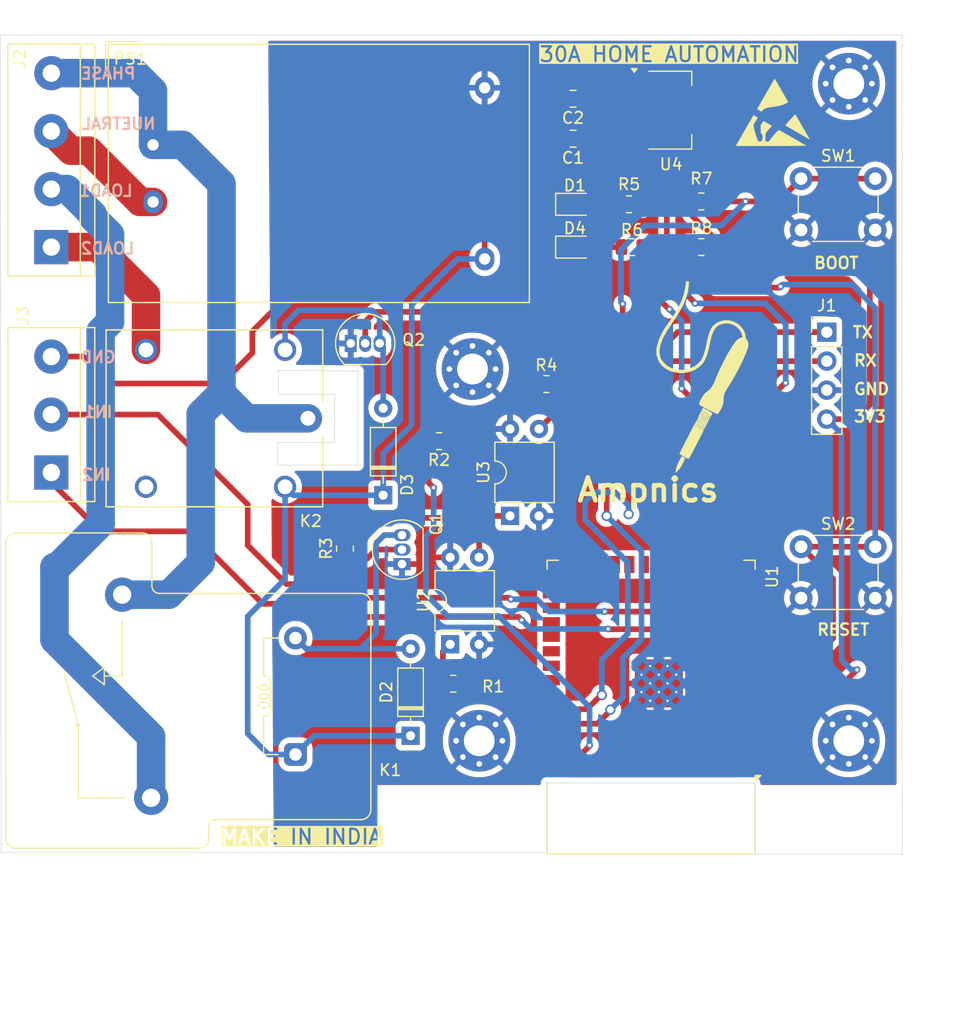
<source format=kicad_pcb>
(kicad_pcb (version 20240108) (generator "pcbnew") (generator_version "8.0")
  (layers (0 "F.Cu" signal) (31 "B.Cu" signal) (34 "B.Paste" user) (35 "F.Paste" user) (36 "B.SilkS" user "B.Silkscreen") (37 "F.SilkS" user "F.Silkscreen") (38 "B.Mask" user) (39 "F.Mask" user) (44 "Edge.Cuts" user))
  (net 0 "")
  (net 1 "GND")
  (net 2 "/5V")
  (net 3 "/3V3")
  (net 4 "Net-(D1-A)")
  (net 5 "Net-(D2-A)")
  (net 6 "Net-(D3-A)")
  (net 7 "Net-(D4-A)")
  (net 8 "/TXD")
  (net 9 "/RXD")
  (net 10 "/N")
  (net 11 "/L2")
  (net 12 "/L1")
  (net 13 "/P")
  (net 14 "/IN2")
  (net 15 "/IN1")
  (net 17 "Net-(Q1-B)")
  (net 18 "Net-(Q2-B)")
  (net 19 "/R1")
  (net 20 "Net-(R1-Pad1)")
  (net 21 "Net-(R2-Pad1)")
  (net 22 "/R2")
  (net 23 "Net-(R3-Pad2)")
  (net 24 "Net-(R4-Pad2)")
  (net 25 "/LED1")
  (net 26 "/LED2")
  (net 27 "/BOOT")
  (net 28 "/EN")
  (footprint "Resistor_SMD:R_0805_2012Metric" (layer "F.Cu") (at 159.6875 83.75625)
    (property "Reference" "R8")
    (property "Value" "10K")
  )
  (footprint "Resistor_SMD:R_0805_2012Metric" (layer "F.Cu") (at 153.35 80.00625 180)
    (property "Reference" "R5")
    (property "Value" "1K")
  )
  (footprint "RF_Module:ESP32-WROOM-32" (layer "F.Cu") (at 155.2825 121.07125 180)
    (property "Reference" "U1")
    (property "Value" "ESP32-WROOM-32")
  )
  (footprint "PR13-5V-450-1C:RELAY_PR13-5V-450-1C" (layer "F.Cu") (at 116.9875 98.75625 180)
    (property "Reference" "K2")
    (property "Value" "PR13-5V-450-1C")
  )
  (footprint "LED_SMD:LED_0805_2012Metric" (layer "F.Cu") (at 148.6 80.00625)
    (property "Reference" "D1")
    (property "Value" "LED")
  )
  (footprint "Connector_PinHeader_2.54mm:PinHeader_1x04_P2.54mm_Vertical" (layer "F.Cu") (at 170.6875 91.20625)
    (property "Reference" "J1")
    (property "Value" "Conn_01x04_Pin")
  )
  (footprint "Resistor_SMD:R_0805_2012Metric" (layer "F.Cu") (at 137.9375 122.00625)
    (property "Reference" "R1")
    (property "Value" "1K")
  )
  (footprint "Resistor_SMD:R_0805_2012Metric" (layer "F.Cu") (at 128.4375 110.16875 90)
    (property "Reference" "R3")
    (property "Value" "1K")
  )
  (footprint "Diode_THT:D_DO-35_SOD27_P7.62mm_Horizontal" (layer "F.Cu") (at 131.7875 105.49125 90)
    (property "Reference" "D3")
    (property "Value" "1N4148")
  )
  (footprint "Symbol:ESD-Logo_6.6x6mm_SilkScreen" (layer "F.Cu") (at 165.9625 71.93125)
    (property "Reference" "REF**" (hide yes))
    (property "Value" "ESD-Logo_6.6x6mm_SilkScreen" (hide yes))
  )
  (footprint "Package_TO_SOT_THT:TO-92_Inline" (layer "F.Cu") (at 133.4375 111.52625 90)
    (property "Reference" "Q1")
    (property "Value" "S8050")
  )
  (footprint "Relay_THT:Relay_SPST_RAYEX-L90AS" (layer "F.Cu") (at 126.6375 123.10625 180)
    (property "Reference" "K1")
    (property "Value" "RAYEX-L90AS")
  )
  (footprint "Capacitor_SMD:C_0805_2012Metric" (layer "F.Cu") (at 148.4375 74.25625 180)
    (property "Reference" "C1")
    (property "Value" "10uF")
  )
  (footprint "Diode_THT:D_DO-35_SOD27_P7.62mm_Horizontal" (layer "F.Cu") (at 134.1875 126.56625 90)
    (property "Reference" "D2")
    (property "Value" "1N4148")
  )
  (footprint "Resistor_SMD:R_0805_2012Metric" (layer "F.Cu") (at 153.6 83.75625 180)
    (property "Reference" "R6")
    (property "Value" "1K")
  )
  (footprint "Converter_ACDC:Converter_ACDC_Hi-Link_HLK-PMxx" (layer "F.Cu") (at 111.6075 74.79875)
    (property "Reference" "PS1")
    (property "Value" "HLK-PM01")
  )
  (footprint "MountingHole:MountingHole_2.7mm_M2.5_Pad_Via" (layer "F.Cu") (at 139.619391 94.438141)
    (property "Reference" "H3" (hide yes))
    (property "Value" "MountingHole_Pad")
  )
  (footprint "Capacitor_SMD:C_0805_2012Metric" (layer "F.Cu") (at 148.4375 70.75625 180)
    (property "Reference" "C2")
    (property "Value" "22uF")
  )
  (footprint "LED_SMD:LED_0805_2012Metric" (layer "F.Cu") (at 148.6 83.75625)
    (property "Reference" "D4")
    (property "Value" "LED")
  )
  (footprint "Package_TO_SOT_THT:TO-92_Inline" (layer "F.Cu") (at 128.9425 92.19125)
    (property "Reference" "Q2")
    (property "Value" "S8050")
  )
  (footprint "Resistor_SMD:R_0805_2012Metric" (layer "F.Cu") (at 136.6875 100.75625 180)
    (property "Reference" "R2")
    (property "Value" "1K")
  )
  (footprint "Package_TO_SOT_SMD:SOT-223-3_TabPin2" (layer "F.Cu") (at 156.9375 71.75625)
    (property "Reference" "U4")
    (property "Value" "AMS1117-3.3")
  )
  (footprint "Package_DIP:DIP-4_W7.62mm" (layer "F.Cu") (at 137.6625 118.55625 90)
    (property "Reference" "U2")
    (property "Value" "PC817")
  )
  (footprint "TerminalBlock:TerminalBlock_bornier-4_P5.08mm" (layer "F.Cu") (at 102.6875 83.75625 90)
    (property "Reference" "J2")
    (property "Value" "Screw_Terminal_01x04")
  )
  (footprint "MountingHole:MountingHole_2.7mm_M2.5_Pad_Via" (layer "F.Cu") (at 140.2125 127.00625)
    (property "Reference" "H4" (hide yes))
    (property "Value" "MountingHole_Pad")
  )
  (footprint "Button_Switch_THT:SW_PUSH_6mm" (layer "F.Cu") (at 168.4375 110.00625)
    (property "Reference" "SW2")
    (property "Value" "SW_Push")
  )
  (footprint "Resistor_SMD:R_0805_2012Metric" (layer "F.Cu") (at 146.1 95.75625)
    (property "Reference" "R4")
    (property "Value" "1K")
  )
  (footprint "TerminalBlock:TerminalBlock_bornier-3_P5.08mm" (layer "F.Cu") (at 102.6875 103.50625 90)
    (property "Reference" "J3")
    (property "Value" "Screw_Terminal_01x03")
  )
  (footprint "MountingHole:MountingHole_2.7mm_M2.5_Pad_Via" (layer "F.Cu") (at 172.619391 69.438141)
    (property "Reference" "H1" (hide yes))
    (property "Value" "MountingHole_Pad")
  )
  (footprint "MountingHole:MountingHole_2.7mm_M2.5_Pad_Via" (layer "F.Cu") (at 172.619391 127.00625)
    (property "Reference" "H2" (hide yes))
    (property "Value" "MountingHole_Pad")
  )
  (footprint "Package_DIP:DIP-4_W7.62mm" (layer "F.Cu") (at 142.9125 107.30625 90)
    (property "Reference" "U3")
    (property "Value" "PC817")
  )
  (footprint "Button_Switch_THT:SW_PUSH_6mm" (layer "F.Cu") (at 168.4375 77.75625)
    (property "Reference" "SW1")
    (property "Value" "SW_Push")
  )
  (footprint "logo.preety:ampnics_logo_20x20mm" (layer "F.Cu") (at 159.7625 95.15625)
    (property "Reference" "G***" (hide yes))
    (property "Value" "LOGO" (hide yes))
  )
  (footprint "Resistor_SMD:R_0805_2012Metric" (layer "F.Cu") (at 159.6875 79.75625 180)
    (property "Reference" "R7")
    (property "Value" "10K")
  )
  (gr_line (start 177.2875 65.18125) (end 177.3 136.93125) (stroke (width 0.05)) (layer "Edge.Cuts"))
  (gr_line (start 98.3 136.78125) (end 98.2125 65.18125) (stroke (width 0.05)) (layer "Edge.Cuts"))
  (gr_line (start 164.375 136.93125) (end 164.3625 130.70625) (stroke (width 0.05)) (layer "Edge.Cuts"))
  (gr_line (start 127.5375 96.68125) (end 127.5375 100.88125) (stroke (width 0.05)) (layer "Edge.Cuts"))
  (gr_line (start 122.5375 100.88125) (end 122.5375 102.85625) (stroke (width 0.05)) (layer "Edge.Cuts"))
  (gr_line (start 129.5875 94.60625) (end 122.5875 94.55625) (stroke (width 0.05)) (layer "Edge.Cuts"))
  (gr_line (start 177.3 136.93125) (end 164.375 136.93125) (stroke (width 0.05)) (layer "Edge.Cuts"))
  (gr_line (start 146.1125 130.70625) (end 146.175 136.78125) (stroke (width 0.05)) (layer "Edge.Cuts"))
  (gr_line (start 122.5375 102.85625) (end 129.5875 102.85625) (stroke (width 0.05)) (layer "Edge.Cuts"))
  (gr_line (start 98.2125 65.18125) (end 98.5625 65.18125) (stroke (width 0.05)) (layer "Edge.Cuts"))
  (gr_line (start 122.5875 94.55625) (end 122.5875 96.68125) (stroke (width 0.05)) (layer "Edge.Cuts"))
  (gr_line (start 146.175 136.78125) (end 98.3 136.78125) (stroke (width 0.05)) (layer "Edge.Cuts"))
  (gr_line (start 98.5625 65.18125) (end 177.2875 65.18125) (stroke (width 0.05)) (layer "Edge.Cuts"))
  (gr_line (start 127.5375 100.88125) (end 122.5375 100.88125) (stroke (width 0.05)) (layer "Edge.Cuts"))
  (gr_line (start 164.3625 130.70625) (end 146.1125 130.70625) (stroke (width 0.05)) (layer "Edge.Cuts"))
  (gr_line (start 122.5875 96.68125) (end 127.5375 96.68125) (stroke (width 0.05)) (layer "Edge.Cuts"))
  (gr_line (start 129.5875 102.85625) (end 129.5875 94.60625) (stroke (width 0.05)) (layer "Edge.Cuts"))
  (gr_text "IN2" (at 108.0125 104.28125 -0) (layer "B.SilkS") (effects (font (size 1 1) (thickness 0.2) (bold yes)) (justify left bottom mirror)))
  (gr_text "PHASE" (at 110.1875 69.13125 -0) (layer "B.SilkS") (effects (font (size 1 1) (thickness 0.2) (bold yes)) (justify left bottom mirror)))
  (gr_text "LOAD2" (at 110.0875 84.45625 -0) (layer "B.SilkS") (effects (font (size 1 1) (thickness 0.2) (bold yes)) (justify left bottom mirror)))
  (gr_text "IN1" (at 108.1625 98.78125 -0) (layer "B.SilkS") (effects (font (size 1 1) (thickness 0.2) (bold yes)) (justify left bottom mirror)))
  (gr_text "GND" (at 108.4375 93.98125 -0) (layer "B.SilkS") (effects (font (size 1 1) (thickness 0.2) (bold yes)) (justify left bottom mirror)))
  (gr_text "NUETRAL" (at 111.9375 73.53125 -0) (layer "B.SilkS") (effects (font (size 1 1) (thickness 0.2) (bold yes)) (justify left bottom mirror)))
  (gr_text "LOAD1" (at 109.9375 79.40625 -0) (layer "B.SilkS") (effects (font (size 1 1) (thickness 0.2) (bold yes)) (justify left bottom mirror)))
  (gr_text "Ampnics" (at 148.6125 106.20625 0) (layer "F.SilkS") (effects (font (size 2 2) (thickness 0.4) (bold yes)) (justify left bottom)))
  (gr_text "3V3" (at 172.9625 99.18125 0) (layer "F.SilkS") (effects (font (size 1 1) (thickness 0.2) (bold yes)) (justify left bottom)))
  (gr_text "GND" (at 172.9625 96.78125 0) (layer "F.SilkS") (effects (font (size 1 1) (thickness 0.2) (bold yes)) (justify left bottom)))
  (gr_text "RX" (at 172.9625 94.28125 0) (layer "F.SilkS") (effects (font (size 1 1) (thickness 0.2) (bold yes)) (justify left bottom)))
  (gr_text "30A HOME AUTOMATION" (at 145.3875 67.63125 0) (layer "F.SilkS" knockout) (effects (font (size 1.3 1.3) (thickness 0.2) (bold yes)) (justify left bottom)))
  (gr_text "TX" (at 172.8625 91.80625 0) (layer "F.SilkS") (effects (font (size 1 1) (thickness 0.2) (bold yes)) (justify left bottom)))
  (gr_text "BOOT" (at 169.4625 85.73125 0) (layer "F.SilkS") (effects (font (size 1 1) (thickness 0.2) (bold yes)) (justify left bottom)))
  (gr_text "MAKE IN INDIA" (at 117.4375 136.18125 0) (layer "F.SilkS" knockout) (effects (font (size 1.3 1.3) (thickness 0.2) (bold yes)) (justify left bottom)))
  (gr_text "RESET" (at 169.7375 117.85625 0) (layer "F.SilkS") (effects (font (size 1 1) (thickness 0.2) (bold yes)) (justify left bottom)))
  (segment (start 120.3125 91.13125) (end 122.3875 89.05625) (width 0.5) (layer "F.Cu") (net 1))
  (segment (start 117.6375 95.70625) (end 120.3125 93.03125) (width 0.5) (layer "F.Cu") (net 1))
  (segment (start 120.3125 93.03125) (end 120.3125 91.13125) (width 0.5) (layer "F.Cu") (net 1))
  (segment (start 102.6875 93.34625) (end 105.5025 93.34625) (width 0.5) (layer "F.Cu") (net 1))
  (segment (start 105.5025 93.34625) (end 107.8625 95.70625) (width 0.5) (layer "F.Cu") (net 1))
  (segment (start 128.9425 90.61125) (end 128.9425 92.19125) (width 0.5) (layer "F.Cu") (net 1))
  (segment (start 127.3875 89.05625) (end 128.9425 90.61125) (width 0.5) (layer "F.Cu") (net 1))
  (segment (start 122.3875 89.05625) (end 127.3875 89.05625) (width 0.5) (layer "F.Cu") (net 1))
  (segment (start 107.8625 95.70625) (end 117.6375 95.70625) (width 0.5) (layer "F.Cu") (net 1))
  (segment (start 149.5875 74.05625) (end 149.3875 74.25625) (width 0.5) (layer "F.Cu") (net 2))
  (segment (start 149.3875 76.05625) (end 149.3875 74.25625) (width 0.5) (layer "F.Cu") (net 2))
  (segment (start 142.8125 77.53125) (end 147.9125 77.53125) (width 0.5) (layer "F.Cu") (net 2))
  (segment (start 153.7875 74.05625) (end 149.5875 74.05625) (width 0.5) (layer "F.Cu") (net 2))
  (segment (start 147.9125 77.53125) (end 149.3875 76.05625) (width 0.5) (layer "F.Cu") (net 2))
  (segment (start 140.6875 79.65625) (end 142.8125 77.53125) (width 0.5) (layer "F.Cu") (net 2))
  (segment (start 140.6875 84.79875) (end 140.6875 79.65625) (width 0.5) (layer "F.Cu") (net 2))
  (segment (start 138.295 84.79875) (end 140.6875 84.79875) (width 0.5) (layer "B.Cu") (net 2))
  (segment (start 134.1875 126.56625) (end 125.7375 126.56625) (width 0.5) (layer "B.Cu") (net 2))
  (segment (start 119.9125 116.10625) (end 119.9125 126.38125) (width 0.5) (layer "B.Cu") (net 2))
  (segment (start 134.2875 88.80625) (end 138.295 84.79875) (width 0.5) (layer "B.Cu") (net 2))
  (segment (start 125.7375 126.56625) (end 124.0975 128.20625) (width 0.5) (layer "B.Cu") (net 2))
  (segment (start 121.7375 128.20625) (end 124.0975 128.20625) (width 0.5) (layer "B.Cu") (net 2))
  (segment (start 123.1875 112.83125) (end 119.9125 116.10625) (width 0.5) (layer "B.Cu") (net 2))
  (segment (start 131.7875 105.49125) (end 131.7875 101.83125) (width 0.5) (layer "B.Cu") (net 2))
  (segment (start 123.9225 105.49125) (end 123.1875 104.75625) (width 0.5) (layer "B.Cu") (net 2))
  (segment (start 123.1875 104.75625) (end 123.1875 112.83125) (width 0.5) (layer "B.Cu") (net 2))
  (segment (start 119.9125 126.38125) (end 121.7375 128.20625) (width 0.5) (layer "B.Cu") (net 2))
  (segment (start 131.7875 101.83125) (end 134.2875 99.33125) (width 0.5) (layer "B.Cu") (net 2))
  (segment (start 134.2875 99.33125) (end 134.2875 88.80625) (width 0.5) (layer "B.Cu") (net 2))
  (segment (start 131.7875 105.49125) (end 123.9225 105.49125) (width 0.5) (layer "B.Cu") (net 2))
  (segment (start 173.2175 98.82625) (end 174.4625 97.58125) (width 0.5) (layer "F.Cu") (net 3))
  (segment (start 172.4625 85.53125) (end 162.9375 85.53125) (width 0.5) (layer "F.Cu") (net 3))
  (segment (start 164.0325 128.05125) (end 167.4175 128.05125) (width 0.5) (layer "F.Cu") (net 3))
  (segment (start 174.4625 87.10625) (end 172.9375 85.58125) (width 0.5) (layer "F.Cu") (net 3))
  (segment (start 161.1625 83.75625) (end 160.6 83.75625) (width 0.5) (layer "F.Cu") (net 3))
  (segment (start 172.9375 85.58125) (end 172.5125 85.58125) (width 0.5) (layer "F.Cu") (net 3))
  (segment (start 158.775 79.75625) (end 158.775 73.06875) (width 0.5) (layer "F.Cu") (net 3))
  (segment (start 153.7875 71.75625) (end 157.4625 71.75625) (width 0.5) (layer "F.Cu") (net 3))
  (segment (start 174.4625 97.58125) (end 174.4625 87.10625) (width 0.5) (layer "F.Cu") (net 3))
  (segment (start 160.6 82.74375) (end 158.775 80.91875) (width 0.5) (layer "F.Cu") (net 3))
  (segment (start 160.6 83.75625) (end 160.6 82.74375) (width 0.5) (layer "F.Cu") (net 3))
  (segment (start 150.3875 71.75625) (end 149.3875 70.75625) (width 0.5) (layer "F.Cu") (net 3))
  (segment (start 170.0875 122.80625) (end 171.3125 122.80625) (width 0.5) (layer "F.Cu") (net 3))
  (segment (start 158.775 73.06875) (end 160.0875 71.75625) (width 0.5) (layer "F.Cu") (net 3))
  (segment (start 162.9375 85.53125) (end 161.1625 83.75625) (width 0.5) (layer "F.Cu") (net 3))
  (segment (start 158.775 80.91875) (end 158.775 79.75625) (width 0.5) (layer "F.Cu") (net 3))
  (segment (start 168.3125 127.15625) (end 168.3125 124.58125) (width 0.5) (layer "F.Cu") (net 3))
  (segment (start 167.4175 128.05125) (end 168.3125 127.15625) (width 0.5) (layer "F.Cu") (net 3))
  (segment (start 170.6875 98.82625) (end 173.2175 98.82625) (width 0.5) (layer "F.Cu") (net 3))
  (segment (start 157.4625 71.75625) (end 158.775 73.06875) (width 0.5) (layer "F.Cu") (net 3))
  (segment (start 173.3375 120.78125) (end 173.3875 120.73125) (width 0.5) (layer "F.Cu") (net 3))
  (segment (start 172.5125 85.58125) (end 172.4625 85.53125) (width 0.5) (layer "F.Cu") (net 3))
  (segment (start 171.3125 122.80625) (end 173.3375 120.78125) (width 0.5) (layer "F.Cu") (net 3))
  (segment (start 153.7875 71.75625) (end 150.3875 71.75625) (width 0.5) (layer "F.Cu") (net 3))
  (segment (start 168.3125 124.58125) (end 170.0875 122.80625) (width 0.5) (layer "F.Cu") (net 3))
  (via (at 173.3375 120.78125) (size 0.6) (drill 0.3) (layers "F.Cu" "B.Cu") (net 3))
  (segment (start 171.9875 100.12625) (end 170.6875 98.82625) (width 0.5) (layer "B.Cu") (net 3))
  (segment (start 173.3375 120.78125) (end 172.8375 120.78125) (width 0.5) (layer "B.Cu") (net 3))
  (segment (start 171.9875 119.93125) (end 171.9875 100.12625) (width 0.5) (layer "B.Cu") (net 3))
  (segment (start 172.8375 120.78125) (end 171.9875 119.93125) (width 0.5) (layer "B.Cu") (net 3))
  (segment (start 152.4375 80.00625) (end 149.5375 80.00625) (width 0.5) (layer "F.Cu") (net 4))
  (segment (start 133.4375 108.98625) (end 131.8825 108.98625) (width 0.5) (layer "B.Cu") (net 5))
  (segment (start 125.0375 118.94625) (end 124.0975 118.00625) (width 0.5) (layer "B.Cu") (net 5))
  (segment (start 131.8825 108.98625) (end 131.1625 109.70625) (width 0.5) (layer "B.Cu") (net 5))
  (segment (start 131.1625 117.57125) (end 129.7875 118.94625) (width 0.5) (layer "B.Cu") (net 5))
  (segment (start 131.1625 109.70625) (end 131.1625 117.57125) (width 0.5) (layer "B.Cu") (net 5))
  (segment (start 129.7875 118.94625) (end 125.0375 118.94625) (width 0.5) (layer "B.Cu") (net 5))
  (segment (start 134.1875 118.94625) (end 129.7875 118.94625) (width 0.5) (layer "B.Cu") (net 5))
  (segment (start 124.3875 89.28125) (end 130.7875 89.28125) (width 0.5) (layer "B.Cu") (net 6))
  (segment (start 123.1875 90.48125) (end 124.3875 89.28125) (width 0.5) (layer "B.Cu") (net 6))
  (segment (start 131.4875 89.98125) (end 131.4825 89.98625) (width 0.5) (layer "B.Cu") (net 6))
  (segment (start 123.1875 92.75625) (end 123.1875 90.48125) (width 0.5) (layer "B.Cu") (net 6))
  (segment (start 130.7875 89.28125) (end 131.4875 89.98125) (width 0.5) (layer "B.Cu") (net 6))
  (segment (start 131.7875 92.49625) (end 131.4825 92.19125) (width 0.5) (layer "B.Cu") (net 6))
  (segment (start 131.4825 89.98625) (end 131.4825 92.19125) (width 0.5) (layer "B.Cu") (net 6))
  (segment (start 131.7875 97.87125) (end 131.7875 92.49625) (width 0.5) (layer "B.Cu") (net 6))
  (segment (start 152.6875 83.75625) (end 149.5375 83.75625) (width 0.5) (layer "F.Cu") (net 7))
  (segment (start 152.7875 96.03125) (end 151.3875 97.43125) (width 0.5) (layer "F.Cu") (net 8))
  (segment (start 170.6875 91.20625) (end 157.6125 91.20625) (width 0.5) (layer "F.Cu") (net 8))
  (segment (start 150.5575 125.51125) (end 151.8375 124.23125) (width 0.5) (layer "F.Cu") (net 8))
  (segment (start 157.6125 91.20625) (end 152.7875 96.03125) (width 0.5) (layer "F.Cu") (net 8))
  (segment (start 146.5325 125.51125) (end 150.5575 125.51125) (width 0.5) (layer "F.Cu") (net 8))
  (segment (start 151.3875 97.43125) (end 151.3875 107.30625) (width 0.5) (layer "F.Cu") (net 8))
  (via (at 151.3875 107.30625) (size 0.9) (drill 0.6) (layers "F.Cu" "B.Cu") (net 8))
  (via (at 151.7125 124.28125) (size 0.9) (drill 0.6) (layers "F.Cu" "B.Cu") (net 8))
  (segment (start 154.4375 118.13125) (end 154.4375 110.35625) (width 0.5) (layer "B.Cu") (net 8))
  (segment (start 152.8125 123.18125) (end 152.8125 119.75625) (width 0.5) (layer "B.Cu") (net 8))
  (segment (start 151.7125 124.28125) (end 152.8125 123.18125) (width 0.5) (layer "B.Cu") (net 8))
  (segment (start 154.4375 110.35625) (end 151.3875 107.30625) (width 0.5) (layer "B.Cu") (net 8))
  (segment (start 152.8125 119.75625) (end 154.4375 118.13125) (width 0.5) (layer "B.Cu") (net 8))
  (segment (start 153.2875 97.38125) (end 153.3125 107.15625) (width 0.5) (layer "F.Cu") (net 9))
  (segment (start 146.5325 124.24125) (end 149.6525 124.24125) (width 0.5) (layer "F.Cu") (net 9))
  (segment (start 153.3125 107.15625) (end 153.2875 107.10625) (width 0.5) (layer "F.Cu") (net 9))
  (segment (start 149.6525 124.24125) (end 150.9625 122.93125) (width 0.5) (layer "F.Cu") (net 9))
  (segment (start 154.1125 96.55625) (end 153.2875 97.38125) (width 0.5) (layer "F.Cu") (net 9))
  (segment (start 170.6875 93.74625) (end 156.9225 93.74625) (width 0.5) (layer "F.Cu") (net 9))
  (segment (start 156.9225 93.74625) (end 154.1125 96.55625) (width 0.5) (layer "F.Cu") (net 9))
  (via (at 150.9625 123.00625) (size 0.9) (drill 0.6) (layers "F.Cu" "B.Cu") (net 9))
  (via (at 153.3125 107.15625) (size 0.9) (drill 0.6) (layers "F.Cu" "B.Cu") (net 9))
  (segment (start 153.2375 117.63125) (end 153.2375 111.38125) (width 0.5) (layer "B.Cu") (net 9))
  (segment (start 150.9625 123.00625) (end 150.9625 119.88125) (width 0.5) (layer "B.Cu") (net 9))
  (segment (start 152.1375 105.23125) (end 153.3125 106.40625) (width 0.5) (layer "B.Cu") (net 9))
  (segment (start 153.2375 111.38125) (end 149.4875 107.63125) (width 0.5) (layer "B.Cu") (net 9))
  (segment (start 149.4875 106.05625) (end 150.3125 105.23125) (width 0.5) (layer "B.Cu") (net 9))
  (segment (start 152.6375 118.20625) (end 152.6625 118.20625) (width 0.5) (layer "B.Cu") (net 9))
  (segment (start 149.4875 107.63125) (end 149.4875 106.05625) (width 0.5) (layer "B.Cu") (net 9))
  (segment (start 150.9625 119.88125) (end 152.6375 118.20625) (width 0.5) (layer "B.Cu") (net 9))
  (segment (start 150.3125 105.23125) (end 152.1375 105.23125) (width 0.5) (layer "B.Cu") (net 9))
  (segment (start 152.6625 118.20625) (end 153.2375 117.63125) (width 0.5) (layer "B.Cu") (net 9))
  (segment (start 153.3125 106.40625) (end 153.3125 107.15625) (width 0.5) (layer "B.Cu") (net 9))
  (segment (start 111.6075 79.79875) (end 110.48 79.79875) (width 2.5) (layer "F.Cu") (net 10))
  (segment (start 105.9875 75.30625) (end 104.3975 75.30625) (width 2.5) (layer "F.Cu") (net 10))
  (segment (start 110.48 79.79875) (end 105.9875 75.30625) (width 2.5) (layer "F.Cu") (net 10))
  (segment (start 104.3975 75.30625) (end 102.6875 73.59625) (width 2.5) (layer "F.Cu") (net 10))
  (segment (start 110.9875 87.98125) (end 106.7625 83.75625) (width 2.5) (layer "F.Cu") (net 11))
  (segment (start 110.9875 92.75625) (end 110.9875 87.98125) (width 2.5) (layer "F.Cu") (net 11))
  (segment (start 106.7625 83.75625) (end 102.6875 83.75625) (width 2.5) (layer "F.Cu") (net 11))
  (segment (start 102.9625 118.15625) (end 111.4375 126.63125) (width 2.5) (layer "B.Cu") (net 12))
  (segment (start 107.0125 91.13125) (end 107.0125 107.98125) (width 2.5) (layer "B.Cu") (net 12))
  (segment (start 107.8375 82.65625) (end 107.8375 90.30625) (width 2.5) (layer "B.Cu") (net 12))
  (segment (start 104.089124 78.67625) (end 105.915812 80.502938) (width 2.5) (layer "B.Cu") (net 12))
  (segment (start 105.915812 80.502938) (end 106.33 80.917127) (width 2.5) (layer "B.Cu") (net 12))
  (segment (start 111.4375 126.63125) (end 111.4375 132.00625) (width 2.5) (layer "B.Cu") (net 12))
  (segment (start 106.33 80.917127) (end 106.33 81.14875) (width 2.5) (layer "B.Cu") (net 12))
  (segment (start 107.0125 107.98125) (end 103.2125 111.78125) (width 2.5) (layer "B.Cu") (net 12))
  (segment (start 102.9625 111.78125) (end 102.9625 118.15625) (width 2.5) (layer "B.Cu") (net 12))
  (segment (start 103.2125 111.78125) (end 102.9625 111.78125) (width 2.5) (layer "B.Cu") (net 12))
  (segment (start 102.6875 78.67625) (end 104.089124 78.67625) (width 2.5) (layer "B.Cu") (net 12))
  (segment (start 107.8375 90.30625) (end 107.0125 91.13125) (width 2.5) (layer "B.Cu") (net 12))
  (segment (start 106.33 81.14875) (end 107.8375 82.65625) (width 2.5) (layer "B.Cu") (net 12))
  (segment (start 125.1875 98.75625) (end 119.8125 98.75625) (width 2.5) (layer "B.Cu") (net 13))
  (segment (start 117.6125 96.55625) (end 117.6125 78.20625) (width 2.5) (layer "B.Cu") (net 13))
  (segment (start 115.7875 98.38125) (end 117.6125 96.55625) (width 2.5) (layer "B.Cu") (net 13))
  (segment (start 114.205 74.79875) (end 111.6075 74.79875) (width 2.5) (layer "B.Cu") (net 13))
  (segment (start 115.7875 111.40625) (end 115.7875 98.38125) (width 2.5) (layer "B.Cu") (net 13))
  (segment (start 110.0475 68.51625) (end 111.6075 70.07625) (width 2.5) (layer "B.Cu") (net 13))
  (segment (start 119.8125 98.75625) (end 117.6125 96.55625) (width 2.5) (layer "B.Cu") (net 13))
  (segment (start 117.6125 78.20625) (end 114.205 74.79875) (width 2.5) (layer "B.Cu") (net 13))
  (segment (start 112.9875 114.20625) (end 115.7875 111.40625) (width 2.5) (layer "B.Cu") (net 13))
  (segment (start 102.6875 68.51625) (end 110.0475 68.51625) (width 2.5) (layer "B.Cu") (net 13))
  (segment (start 108.8975 114.20625) (end 112.9875 114.20625) (width 2.5) (layer "B.Cu") (net 13))
  (segment (start 111.6075 70.07625) (end 111.6075 74.79875) (width 2.5) (layer "B.Cu") (net 13))
  (segment (start 161.2625 118.88125) (end 158.0875 115.70625) (width 0.5) (layer "F.Cu") (net 14))
  (segment (start 163.0575 121.70125) (end 161.2625 119.90625) (width 0.5) (layer "F.Cu") (net 14))
  (segment (start 142.8125 114.48125) (end 142.9375 114.60625) (width 0.5) (layer "F.Cu") (net 14))
  (segment (start 164.0325 121.70125) (end 163.0575 121.70125) (width 0.5) (layer "F.Cu") (net 14))
  (segment (start 102.6875 98.42625) (end 112.0325 98.42625) (width 0.5) (layer "F.Cu") (net 14))
  (segment (start 123.3125 113.28125) (end 126.9125 113.28125) (width 0.5) (layer "F.Cu") (net 14))
  (segment (start 142.9875 114.65625) (end 142.9125 114.58125) (width 0.5) (layer "F.Cu") (net 14))
  (segment (start 127.6125 113.28125) (end 128.8125 114.48125) (width 0.5) (layer "F.Cu") (net 14))
  (segment (start 142.9375 114.60625) (end 142.9875 114.60625) (width 0.5) (layer "F.Cu") (net 14))
  (segment (start 142.9875 114.60625) (end 142.9875 114.65625) (width 0.5) (layer "F.Cu") (net 14))
  (segment (start 161.2625 119.90625) (end 161.2625 118.88125) (width 0.5) (layer "F.Cu") (net 14))
  (segment (start 119.9125 109.88125) (end 123.3125 113.28125) (width 0.5) (layer "F.Cu") (net 14))
  (segment (start 128.8125 114.48125) (end 142.8125 114.48125) (width 0.5) (layer "F.Cu") (net 14))
  (segment (start 112.0325 98.42625) (end 119.9125 106.30625) (width 0.5) (layer "F.Cu") (net 14))
  (segment (start 158.0875 115.70625) (end 151.2125 115.68125) (width 0.5) (layer "F.Cu") (net 14))
  (segment (start 119.9125 106.30625) (end 119.9125 109.88125) (width 0.5) (layer "F.Cu") (net 14))
  (segment (start 126.9125 113.28125) (end 127.6125 113.28125) (width 0.5) (layer "F.Cu") (net 14))
  (segment (start 151.2125 115.68125) (end 151.1875 115.70625) (width 0.5) (layer "F.Cu") (net 14))
  (via (at 151.2125 115.68125) (size 0.6) (drill 0.3) (layers "F.Cu" "B.Cu") (net 14))
  (via (at 142.9875 114.60625) (size 0.6) (drill 0.3) (layers "F.Cu" "B.Cu") (net 14))
  (segment (start 145.2125 114.60625) (end 142.9875 114.60625) (width 0.5) (layer "B.Cu") (net 14))
  (segment (start 145.2375 114.58125) (end 145.2125 114.60625) (width 0.5) (layer "B.Cu") (net 14))
  (segment (start 146.3375 115.68125) (end 145.2375 114.58125) (width 0.5) (layer "B.Cu") (net 14))
  (segment (start 151.2125 115.68125) (end 146.3375 115.68125) (width 0.5) (layer "B.Cu") (net 14))
  (segment (start 161.6275 122.97125) (end 159.9875 121.33125) (width 0.5) (layer "F.Cu") (net 15))
  (segment (start 143.9375 116.43125) (end 143.6625 116.15625) (width 0.5) (layer "F.Cu") (net 15))
  (segment (start 159.9875 121.33125) (end 159.9875 119.88125) (width 0.5) (layer "F.Cu") (net 15))
  (segment (start 151.5375 117.23125) (end 151.5125 117.20625) (width 0.5) (layer "F.Cu") (net 15))
  (segment (start 121.2125 115.00625) (end 114.8625 108.65625) (width 0.5) (layer "F.Cu") (net 15))
  (segment (start 114.8625 108.65625) (end 106.9875 108.65625) (width 0.5) (layer "F.Cu") (net 15))
  (segment (start 127.5875 116.15625) (end 126.4375 115.00625) (width 0.5) (layer "F.Cu") (net 15))
  (segment (start 151.5125 117.20625) (end 151.4875 117.23125) (width 0.5) (layer "F.Cu") (net 15))
  (segment (start 126.4375 115.00625) (end 121.2125 115.00625) (width 0.5) (layer "F.Cu") (net 15))
  (segment (start 159.9875 119.88125) (end 157.3375 117.23125) (width 0.5) (layer "F.Cu") (net 15))
  (segment (start 106.9875 108.65625) (end 102.6875 104.35625) (width 0.5) (layer "F.Cu") (net 15))
  (segment (start 143.6625 116.15625) (end 127.5875 116.15625) (width 0.5) (layer "F.Cu") (net 15))
  (segment (start 151.4875 117.23125) (end 151.4625 117.23125) (width 0.5) (layer "F.Cu") (net 15))
  (segment (start 157.3375 117.23125) (end 151.5375 117.23125) (width 0.5) (layer "F.Cu") (net 15))
  (segment (start 102.6875 104.35625) (end 102.6875 103.50625) (width 0.5) (layer "F.Cu") (net 15))
  (segment (start 164.0325 122.97125) (end 161.6275 122.97125) (width 0.5) (layer "F.Cu") (net 15))
  (via (at 143.9375 116.43125) (size 0.6) (drill 0.3) (layers "F.Cu" "B.Cu") (net 15))
  (via (at 151.5125 117.20625) (size 0.6) (drill 0.3) (layers "F.Cu" "B.Cu") (net 15))
  (segment (start 144.7125 117.20625) (end 151.5125 117.20625) (width 0.5) (layer "B.Cu") (net 15))
  (segment (start 143.9375 116.43125) (end 144.7125 117.20625) (width 0.5) (layer "B.Cu") (net 15))
  (segment (start 130.3375 111.08125) (end 128.4375 111.08125) (width 0.5) (layer "F.Cu") (net 17))
  (segment (start 133.4375 110.25625) (end 131.1625 110.25625) (width 0.5) (layer "F.Cu") (net 17))
  (segment (start 131.1625 110.25625) (end 130.3375 111.08125) (width 0.5) (layer "F.Cu") (net 17))
  (segment (start 131.0625 89.43125) (end 130.1875 90.30625) (width 0.5) (layer "F.Cu") (net 18))
  (segment (start 143.0125 89.43125) (end 131.0625 89.43125) (width 0.5) (layer "F.Cu") (net 18))
  (segment (start 130.2125 90.33125) (end 130.2125 92.19125) (width 0.5) (layer "F.Cu") (net 18))
  (segment (start 145.1875 91.60625) (end 143.0125 89.43125) (width 0.5) (layer "F.Cu") (net 18))
  (segment (start 130.1875 90.30625) (end 130.2125 90.33125) (width 0.5) (layer "F.Cu") (net 18))
  (segment (start 145.1875 95.75625) (end 145.1875 91.60625) (width 0.5) (layer "F.Cu") (net 18))
  (segment (start 146.5325 126.78125) (end 145.4625 126.78125) (width 0.5) (layer "F.Cu") (net 19))
  (segment (start 143.9875 125.30625) (end 143.9875 123.70625) (width 0.5) (layer "F.Cu") (net 19))
  (segment (start 143.9875 123.70625) (end 142.2875 122.00625) (width 0.5) (layer "F.Cu") (net 19))
  (segment (start 142.2875 122.00625) (end 138.85 122.00625) (width 0.5) (layer "F.Cu") (net 19))
  (segment (start 145.4625 126.78125) (end 143.9875 125.30625) (width 0.5) (layer "F.Cu") (net 19))
  (segment (start 137.025 122.00625) (end 137.025 119.19375) (width 0.5) (layer "F.Cu") (net 20))
  (segment (start 137.025 119.19375) (end 137.6625 118.55625) (width 0.5) (layer "F.Cu") (net 20))
  (segment (start 137.6 103.76875) (end 137.6 100.75625) (width 0.5) (layer "F.Cu") (net 21))
  (segment (start 141.1375 107.30625) (end 137.6 103.76875) (width 0.5) (layer "F.Cu") (net 21))
  (segment (start 142.9125 107.30625) (end 141.1375 107.30625) (width 0.5) (layer "F.Cu") (net 21))
  (segment (start 135.775 100.75625) (end 135.775 104.39375) (width 0.5) (layer "F.Cu") (net 22))
  (segment (start 149.9375 127.40625) (end 149.8625 127.48125) (width 0.5) (layer "F.Cu") (net 22))
  (segment (start 149.8875 127.45625) (end 149.8875 127.40625) (width 0.5) (layer "F.Cu") (net 22))
  (segment (start 149.8875 127.40625) (end 149.9375 127.40625) (width 0.5) (layer "F.Cu") (net 22))
  (segment (start 135.775 104.39375) (end 136.2125 104.83125) (width 0.5) (layer "F.Cu") (net 22))
  (segment (start 149.2925 128.05125) (end 149.8875 127.45625) (width 0.5) (layer "F.Cu") (net 22))
  (segment (start 146.5325 128.05125) (end 149.2925 128.05125) (width 0.5) (layer "F.Cu") (net 22))
  (via (at 149.8875 127.40625) (size 0.6) (drill 0.3) (layers "F.Cu" "B.Cu") (net 22))
  (via (at 136.2125 104.83125) (size 0.6) (drill 0.3) (layers "F.Cu" "B.Cu") (net 22))
  (segment (start 135.5375 109.55625) (end 135.5375 114.18125) (width 0.5) (layer "B.Cu") (net 22))
  (segment (start 137.4375 116.08125) (end 141.9125 116.08125) (width 0.5) (layer "B.Cu") (net 22))
  (segment (start 136.2125 108.38125) (end 135.5125 109.08125) (width 0.5) (layer "B.Cu") (net 22))
  (segment (start 135.5125 109.53125) (end 135.5375 109.55625) (width 0.5) (layer "B.Cu") (net 22))
  (segment (start 141.9125 116.08125) (end 149.8875 124.05625) (width 0.5) (layer "B.Cu") (net 22))
  (segment (start 135.5375 114.18125) (end 137.4375 116.08125) (width 0.5) (layer "B.Cu") (net 22))
  (segment (start 149.8875 124.05625) (end 149.8875 127.40625) (width 0.5) (layer "B.Cu") (net 22))
  (segment (start 135.5125 109.08125) (end 135.5125 109.53125) (width 0.5) (layer "B.Cu") (net 22))
  (segment (start 136.2125 104.83125) (end 136.2125 108.38125) (width 0.5) (layer "B.Cu") (net 22))
  (segment (start 131.3125 107.48125) (end 129.5375 109.25625) (width 0.5) (layer "F.Cu") (net 23))
  (segment (start 129.5375 109.25625) (end 128.4375 109.25625) (width 0.5) (layer "F.Cu") (net 23))
  (segment (start 140.2025 110.93625) (end 140.2025 108.97125) (width 0.5) (layer "F.Cu") (net 23))
  (segment (start 138.7125 107.48125) (end 131.3125 107.48125) (width 0.5) (layer "F.Cu") (net 23))
  (segment (start 140.2025 108.97125) (end 138.7125 107.48125) (width 0.5) (layer "F.Cu") (net 23))
  (segment (start 145.4525 99.68625) (end 147.0125 98.12625) (width 0.5) (layer "F.Cu") (net 24))
  (segment (start 147.0125 98.12625) (end 147.0125 95.75625) (width 0.5) (layer "F.Cu") (net 24))
  (segment (start 167.0375 95.65625) (end 167.0875 95.65625) (width 0.5) (layer "F.Cu") (net 25))
  (segment (start 154.2625 80.00625) (end 156.2875 80.00625) (width 0.5) (layer "F.Cu") (net 25))
  (segment (start 156.6625 80.38125) (end 156.6625 86.18125) (width 0.5) (layer "F.Cu") (net 25))
  (segment (start 167.0875 95.60625) (end 167.0625 95.63125) (width 0.5) (layer "F.Cu") (net 25))
  (segment (start 156.6625 86.18125) (end 159.1375 88.65625) (width 0.5) (layer "F.Cu") (net 25))
  (segment (start 156.2875 80.00625) (end 156.6625 80.38125) (width 0.5) (layer "F.Cu") (net 25))
  (segment (start 164.0325 112.81125) (end 164.0325 98.66125) (width 0.5) (layer "F.Cu") (net 25))
  (segment (start 159.1375 88.65625) (end 159.1375 88.68125) (width 0.5) (layer "F.Cu") (net 25))
  (segment (start 159.1625 88.68125) (end 159.1125 88.63125) (width 0.5) (layer "F.Cu") (net 25))
  (segment (start 159.1375 88.68125) (end 159.1625 88.68125) (width 0.5) (layer "F.Cu") (net 25))
  (segment (start 164.0325 98.66125) (end 167.0375 95.65625) (width 0.5) (layer "F.Cu") (net 25))
  (segment (start 167.0875 95.65625) (end 167.0875 95.60625) (width 0.5) (layer "F.Cu") (net 25))
  (via (at 159.1375 88.68125) (size 0.6) (drill 0.3) (layers "F.Cu" "B.Cu") (net 25))
  (via (at 167.0875 95.65625) (size 0.6) (drill 0.3) (layers "F.Cu" "B.Cu") (net 25))
  (segment (start 167.0875 95.65625) (end 167.0875 90.50625) (width 0.5) (layer "B.Cu") (net 25))
  (segment (start 167.0875 90.50625) (end 165.2625 88.68125) (width 0.5) (layer "B.Cu") (net 25))
  (segment (start 165.2625 88.68125) (end 159.1375 88.68125) (width 0.5) (layer "B.Cu") (net 25))
  (segment (start 159.7225 97.91625) (end 157.9625 96.15625) (width 0.5) (layer "F.Cu") (net 26))
  (segment (start 154.5125 86.85625) (end 156.8625 89.20625) (width 0.5) (layer "F.Cu") (net 26))
  (segment (start 156.9125 89.20625) (end 156.9125 89.25625) (width 0.5) (layer "F.Cu") (net 26))
  (segment (start 156.9125 89.25625) (end 156.8375 89.18125) (width 0.5) (layer "F.Cu") (net 26))
  (segment (start 156.8625 89.20625) (end 156.9125 89.20625) (width 0.5) (layer "F.Cu") (net 26))
  (segment (start 159.7225 111.56125) (end 159.7225 97.91625) (width 0.5) (layer "F.Cu") (net 26))
  (segment (start 154.5125 83.75625) (end 154.5125 86.85625) (width 0.5) (layer "F.Cu") (net 26))
  (via (at 156.9125 89.20625) (size 0.6) (drill 0.3) (layers "F.Cu" "B.Cu") (net 26))
  (via (at 157.9625 96.15625) (size 0.6) (drill 0.3) (layers "F.Cu" "B.Cu") (net 26))
  (segment (start 157.9625 96.15625) (end 157.9625 90.25625) (width 0.5) (layer "B.Cu") (net 26))
  (segment (start 157.9625 90.25625) (end 156.9125 89.20625) (width 0.5) (layer "B.Cu") (net 26))
  (segment (start 152.7875 93.85625) (end 152.7875 88.73125) (width 0.5) (layer "F.Cu") (net 27))
  (segment (start 146.5325 110.11125) (end 147.9375 108.70625) (width 0.5) (layer "F.Cu") (net 27))
  (segment (start 166.4375 79.75625) (end 168.4375 77.75625) (width 0.5) (layer "F.Cu") (net 27))
  (segment (start 147.9375 108.70625) (end 147.9375 98.70625) (width 0.5) (layer "F.Cu") (net 27))
  (segment (start 146.5325 112.81125) (end 146.5325 110.11125) (width 0.5) (layer "F.Cu") (net 27))
  (segment (start 147.9375 98.70625) (end 151.8625 94.78125) (width 0.5) (layer "F.Cu") (net 27))
  (segment (start 160.6 79.75625) (end 163.5625 79.75625) (width 0.5) (layer "F.Cu") (net 27))
  (segment (start 152.7875 88.73125) (end 152.7875 88.78125) (width 0.5) (layer "F.Cu") (net 27))
  (segment (start 174.9375 77.75625) (end 168.4375 77.75625) (width 0.5) (layer "F.Cu") (net 27))
  (segment (start 151.8625 94.78125) (end 152.7875 93.85625) (width 0.5) (layer "F.Cu") (net 27))
  (segment (start 163.5625 79.75625) (end 166.4375 79.75625) (width 0.5) (layer "F.Cu") (net 27))
  (via (at 163.5625 79.75625) (size 0.6) (drill 0.3) (layers "F.Cu" "B.Cu") (net 27))
  (via (at 152.7875 88.73125) (size 0.6) (drill 0.3) (layers "F.Cu" "B.Cu") (net 27))
  (segment (start 163.5625 79.75625) (end 161.4625 81.85625) (width 0.5) (layer "B.Cu") (net 27))
  (segment (start 152.6375 88.58125) (end 152.7875 88.73125) (width 0.5) (layer "B.Cu") (net 27))
  (segment (start 161.4625 81.85625) (end 154.7625 81.85625) (width 0.5) (layer "B.Cu") (net 27))
  (segment (start 154.7625 81.85625) (end 152.6375 83.98125) (width 0.5) (layer "B.Cu") (net 27))
  (segment (start 152.6375 83.98125) (end 152.6375 88.58125) (width 0.5) (layer "B.Cu") (net 27))
  (segment (start 171.2375 112.80625) (end 168.4375 110.00625) (width 0.5) (layer "F.Cu") (net 28))
  (segment (start 167.0125 126.00625) (end 167.0125 122.25625) (width 0.5) (layer "F.Cu") (net 28))
  (segment (start 160.9625 87.30625) (end 166.3875 87.30625) (width 0.5) (layer "F.Cu") (net 28))
  (segment (start 166.5875 87.30625) (end 166.4875 87.30625) (width 0.5) (layer "F.Cu") (net 28))
  (segment (start 166.2375 126.78125) (end 167.0125 126.00625) (width 0.5) (layer "F.Cu") (net 28))
  (segment (start 158.775 85.11875) (end 160.9625 87.30625) (width 0.5) (layer "F.Cu") (net 28))
  (segment (start 166.3875 87.30625) (end 166.6375 87.20625) (width 0.5) (layer "F.Cu") (net 28))
  (segment (start 174.9375 110.00625) (end 168.4375 110.00625) (width 0.5) (layer "F.Cu") (net 28))
  (segment (start 164.0325 126.78125) (end 166.2375 126.78125) (width 0.5) (layer "F.Cu") (net 28))
  (segment (start 171.2375 118.03125) (end 171.2375 112.80625) (width 0.5) (layer "F.Cu") (net 28))
  (segment (start 166.6375 87.20625) (end 166.5875 87.30625) (width 0.5) (layer "F.Cu") (net 28))
  (segment (start 158.775 83.75625) (end 158.775 85.11875) (width 0.5) (layer "F.Cu") (net 28))
  (segment (start 167.0125 122.25625) (end 171.2375 118.03125) (width 0.5) (layer "F.Cu") (net 28))
  (via (at 166.6375 87.20625) (size 0.6) (drill 0.3) (layers "F.Cu" "B.Cu") (net 28))
  (segment (start 172.8875 87.03125) (end 166.8125 87.03125) (width 0.5) (layer "B.Cu") (net 28))
  (segment (start 174.9375 89.08125) (end 172.8875 87.03125) (width 0.5) (layer "B.Cu") (net 28))
  (segment (start 166.8125 87.03125) (end 166.6375 87.20625) (width 0.5) (layer "B.Cu") (net 28))
  (segment (start 174.9375 110.00625) (end 174.9375 89.08125) (width 0.5) (layer "B.Cu") (net 28))
  (zone (net 1) (net_name "GND") (layers "F&B.Cu") (connect_pads (clearance 0.5)) (min_thickness 0.25) (fill yes (thermal_gap 0.5) (thermal_bridge_width 0.5))
    (polygon (pts (xy 121.5875 62.10625) (xy 181.6875 62.40625) (xy 182.9125 138.88125) (xy 122.2125 138.73125) (xy 121.6875 62.15625)))
  )
)
</source>
